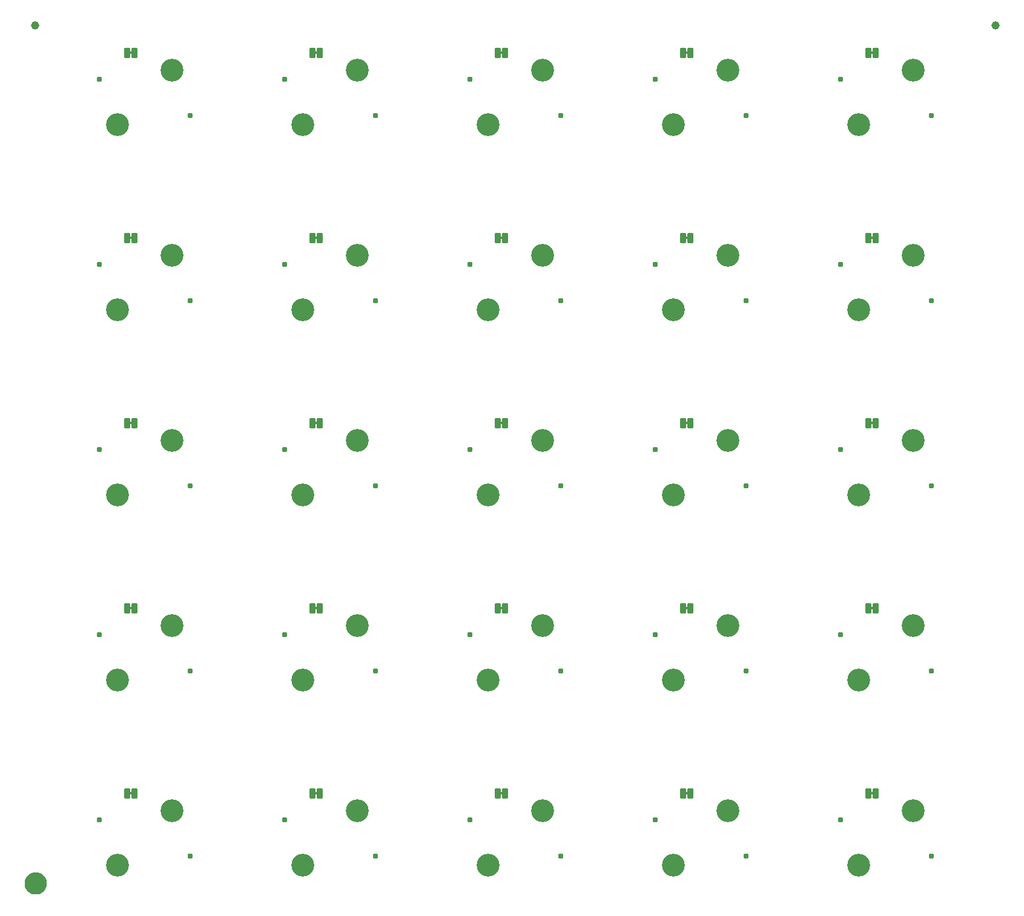
<source format=gbs>
G04 EAGLE Gerber RS-274X export*
G75*
%MOMM*%
%FSLAX34Y34*%
%LPD*%
%INSoldermask Bottom*%
%IPPOS*%
%AMOC8*
5,1,8,0,0,1.08239X$1,22.5*%
G01*
%ADD10C,3.200400*%
%ADD11C,0.787400*%
%ADD12C,0.251966*%
%ADD13C,1.152400*%
%ADD14C,1.270000*%
%ADD15C,1.652400*%

G36*
X626810Y1223657D02*
X626810Y1223657D01*
X626876Y1223659D01*
X626919Y1223677D01*
X626966Y1223685D01*
X627023Y1223719D01*
X627083Y1223744D01*
X627118Y1223775D01*
X627159Y1223800D01*
X627201Y1223851D01*
X627249Y1223895D01*
X627271Y1223937D01*
X627300Y1223974D01*
X627321Y1224036D01*
X627352Y1224095D01*
X627360Y1224149D01*
X627372Y1224186D01*
X627371Y1224226D01*
X627379Y1224280D01*
X627379Y1226820D01*
X627368Y1226885D01*
X627366Y1226951D01*
X627348Y1226994D01*
X627340Y1227041D01*
X627306Y1227098D01*
X627281Y1227158D01*
X627250Y1227193D01*
X627225Y1227234D01*
X627174Y1227276D01*
X627130Y1227324D01*
X627088Y1227346D01*
X627051Y1227375D01*
X626989Y1227396D01*
X626930Y1227427D01*
X626876Y1227435D01*
X626839Y1227447D01*
X626799Y1227446D01*
X626745Y1227454D01*
X622935Y1227454D01*
X622870Y1227443D01*
X622804Y1227441D01*
X622761Y1227423D01*
X622714Y1227415D01*
X622657Y1227381D01*
X622597Y1227356D01*
X622562Y1227325D01*
X622521Y1227300D01*
X622480Y1227249D01*
X622431Y1227205D01*
X622409Y1227163D01*
X622380Y1227126D01*
X622359Y1227064D01*
X622328Y1227005D01*
X622320Y1226951D01*
X622308Y1226914D01*
X622308Y1226911D01*
X622309Y1226874D01*
X622301Y1226820D01*
X622301Y1224280D01*
X622312Y1224215D01*
X622314Y1224149D01*
X622332Y1224106D01*
X622340Y1224059D01*
X622374Y1224002D01*
X622399Y1223942D01*
X622430Y1223907D01*
X622455Y1223866D01*
X622506Y1223825D01*
X622550Y1223776D01*
X622592Y1223754D01*
X622629Y1223725D01*
X622691Y1223704D01*
X622750Y1223673D01*
X622804Y1223665D01*
X622841Y1223653D01*
X622881Y1223654D01*
X622935Y1223646D01*
X626745Y1223646D01*
X626810Y1223657D01*
G37*
G36*
X367730Y1223657D02*
X367730Y1223657D01*
X367796Y1223659D01*
X367839Y1223677D01*
X367886Y1223685D01*
X367943Y1223719D01*
X368003Y1223744D01*
X368038Y1223775D01*
X368079Y1223800D01*
X368121Y1223851D01*
X368169Y1223895D01*
X368191Y1223937D01*
X368220Y1223974D01*
X368241Y1224036D01*
X368272Y1224095D01*
X368280Y1224149D01*
X368292Y1224186D01*
X368291Y1224226D01*
X368299Y1224280D01*
X368299Y1226820D01*
X368288Y1226885D01*
X368286Y1226951D01*
X368268Y1226994D01*
X368260Y1227041D01*
X368226Y1227098D01*
X368201Y1227158D01*
X368170Y1227193D01*
X368145Y1227234D01*
X368094Y1227276D01*
X368050Y1227324D01*
X368008Y1227346D01*
X367971Y1227375D01*
X367909Y1227396D01*
X367850Y1227427D01*
X367796Y1227435D01*
X367759Y1227447D01*
X367719Y1227446D01*
X367665Y1227454D01*
X363855Y1227454D01*
X363790Y1227443D01*
X363724Y1227441D01*
X363681Y1227423D01*
X363634Y1227415D01*
X363577Y1227381D01*
X363517Y1227356D01*
X363482Y1227325D01*
X363441Y1227300D01*
X363400Y1227249D01*
X363351Y1227205D01*
X363329Y1227163D01*
X363300Y1227126D01*
X363279Y1227064D01*
X363248Y1227005D01*
X363240Y1226951D01*
X363228Y1226914D01*
X363228Y1226911D01*
X363229Y1226874D01*
X363221Y1226820D01*
X363221Y1224280D01*
X363232Y1224215D01*
X363234Y1224149D01*
X363252Y1224106D01*
X363260Y1224059D01*
X363294Y1224002D01*
X363319Y1223942D01*
X363350Y1223907D01*
X363375Y1223866D01*
X363426Y1223825D01*
X363470Y1223776D01*
X363512Y1223754D01*
X363549Y1223725D01*
X363611Y1223704D01*
X363670Y1223673D01*
X363724Y1223665D01*
X363761Y1223653D01*
X363801Y1223654D01*
X363855Y1223646D01*
X367665Y1223646D01*
X367730Y1223657D01*
G37*
G36*
X1144970Y1223657D02*
X1144970Y1223657D01*
X1145036Y1223659D01*
X1145079Y1223677D01*
X1145126Y1223685D01*
X1145183Y1223719D01*
X1145243Y1223744D01*
X1145278Y1223775D01*
X1145319Y1223800D01*
X1145361Y1223851D01*
X1145409Y1223895D01*
X1145431Y1223937D01*
X1145460Y1223974D01*
X1145481Y1224036D01*
X1145512Y1224095D01*
X1145520Y1224149D01*
X1145532Y1224186D01*
X1145531Y1224226D01*
X1145539Y1224280D01*
X1145539Y1226820D01*
X1145528Y1226885D01*
X1145526Y1226951D01*
X1145508Y1226994D01*
X1145500Y1227041D01*
X1145466Y1227098D01*
X1145441Y1227158D01*
X1145410Y1227193D01*
X1145385Y1227234D01*
X1145334Y1227276D01*
X1145290Y1227324D01*
X1145248Y1227346D01*
X1145211Y1227375D01*
X1145149Y1227396D01*
X1145090Y1227427D01*
X1145036Y1227435D01*
X1144999Y1227447D01*
X1144959Y1227446D01*
X1144905Y1227454D01*
X1141095Y1227454D01*
X1141030Y1227443D01*
X1140964Y1227441D01*
X1140921Y1227423D01*
X1140874Y1227415D01*
X1140817Y1227381D01*
X1140757Y1227356D01*
X1140722Y1227325D01*
X1140681Y1227300D01*
X1140640Y1227249D01*
X1140591Y1227205D01*
X1140569Y1227163D01*
X1140540Y1227126D01*
X1140519Y1227064D01*
X1140488Y1227005D01*
X1140480Y1226951D01*
X1140468Y1226914D01*
X1140468Y1226911D01*
X1140469Y1226874D01*
X1140461Y1226820D01*
X1140461Y1224280D01*
X1140472Y1224215D01*
X1140474Y1224149D01*
X1140492Y1224106D01*
X1140500Y1224059D01*
X1140534Y1224002D01*
X1140559Y1223942D01*
X1140590Y1223907D01*
X1140615Y1223866D01*
X1140666Y1223825D01*
X1140710Y1223776D01*
X1140752Y1223754D01*
X1140789Y1223725D01*
X1140851Y1223704D01*
X1140910Y1223673D01*
X1140964Y1223665D01*
X1141001Y1223653D01*
X1141041Y1223654D01*
X1141095Y1223646D01*
X1144905Y1223646D01*
X1144970Y1223657D01*
G37*
G36*
X885890Y1223657D02*
X885890Y1223657D01*
X885956Y1223659D01*
X885999Y1223677D01*
X886046Y1223685D01*
X886103Y1223719D01*
X886163Y1223744D01*
X886198Y1223775D01*
X886239Y1223800D01*
X886281Y1223851D01*
X886329Y1223895D01*
X886351Y1223937D01*
X886380Y1223974D01*
X886401Y1224036D01*
X886432Y1224095D01*
X886440Y1224149D01*
X886452Y1224186D01*
X886451Y1224226D01*
X886459Y1224280D01*
X886459Y1226820D01*
X886448Y1226885D01*
X886446Y1226951D01*
X886428Y1226994D01*
X886420Y1227041D01*
X886386Y1227098D01*
X886361Y1227158D01*
X886330Y1227193D01*
X886305Y1227234D01*
X886254Y1227276D01*
X886210Y1227324D01*
X886168Y1227346D01*
X886131Y1227375D01*
X886069Y1227396D01*
X886010Y1227427D01*
X885956Y1227435D01*
X885919Y1227447D01*
X885879Y1227446D01*
X885825Y1227454D01*
X882015Y1227454D01*
X881950Y1227443D01*
X881884Y1227441D01*
X881841Y1227423D01*
X881794Y1227415D01*
X881737Y1227381D01*
X881677Y1227356D01*
X881642Y1227325D01*
X881601Y1227300D01*
X881560Y1227249D01*
X881511Y1227205D01*
X881489Y1227163D01*
X881460Y1227126D01*
X881439Y1227064D01*
X881408Y1227005D01*
X881400Y1226951D01*
X881388Y1226914D01*
X881388Y1226911D01*
X881389Y1226874D01*
X881381Y1226820D01*
X881381Y1224280D01*
X881392Y1224215D01*
X881394Y1224149D01*
X881412Y1224106D01*
X881420Y1224059D01*
X881454Y1224002D01*
X881479Y1223942D01*
X881510Y1223907D01*
X881535Y1223866D01*
X881586Y1223825D01*
X881630Y1223776D01*
X881672Y1223754D01*
X881709Y1223725D01*
X881771Y1223704D01*
X881830Y1223673D01*
X881884Y1223665D01*
X881921Y1223653D01*
X881961Y1223654D01*
X882015Y1223646D01*
X885825Y1223646D01*
X885890Y1223657D01*
G37*
G36*
X108650Y1223657D02*
X108650Y1223657D01*
X108716Y1223659D01*
X108759Y1223677D01*
X108806Y1223685D01*
X108863Y1223719D01*
X108923Y1223744D01*
X108958Y1223775D01*
X108999Y1223800D01*
X109041Y1223851D01*
X109089Y1223895D01*
X109111Y1223937D01*
X109140Y1223974D01*
X109161Y1224036D01*
X109192Y1224095D01*
X109200Y1224149D01*
X109212Y1224186D01*
X109211Y1224226D01*
X109219Y1224280D01*
X109219Y1226820D01*
X109208Y1226885D01*
X109206Y1226951D01*
X109188Y1226994D01*
X109180Y1227041D01*
X109146Y1227098D01*
X109121Y1227158D01*
X109090Y1227193D01*
X109065Y1227234D01*
X109014Y1227276D01*
X108970Y1227324D01*
X108928Y1227346D01*
X108891Y1227375D01*
X108829Y1227396D01*
X108770Y1227427D01*
X108716Y1227435D01*
X108679Y1227447D01*
X108639Y1227446D01*
X108585Y1227454D01*
X104775Y1227454D01*
X104710Y1227443D01*
X104644Y1227441D01*
X104601Y1227423D01*
X104554Y1227415D01*
X104497Y1227381D01*
X104437Y1227356D01*
X104402Y1227325D01*
X104361Y1227300D01*
X104320Y1227249D01*
X104271Y1227205D01*
X104249Y1227163D01*
X104220Y1227126D01*
X104199Y1227064D01*
X104168Y1227005D01*
X104160Y1226951D01*
X104148Y1226914D01*
X104148Y1226911D01*
X104149Y1226874D01*
X104141Y1226820D01*
X104141Y1224280D01*
X104152Y1224215D01*
X104154Y1224149D01*
X104172Y1224106D01*
X104180Y1224059D01*
X104214Y1224002D01*
X104239Y1223942D01*
X104270Y1223907D01*
X104295Y1223866D01*
X104346Y1223825D01*
X104390Y1223776D01*
X104432Y1223754D01*
X104469Y1223725D01*
X104531Y1223704D01*
X104590Y1223673D01*
X104644Y1223665D01*
X104681Y1223653D01*
X104721Y1223654D01*
X104775Y1223646D01*
X108585Y1223646D01*
X108650Y1223657D01*
G37*
G36*
X1144970Y964577D02*
X1144970Y964577D01*
X1145036Y964579D01*
X1145079Y964597D01*
X1145126Y964605D01*
X1145183Y964639D01*
X1145243Y964664D01*
X1145278Y964695D01*
X1145319Y964720D01*
X1145361Y964771D01*
X1145409Y964815D01*
X1145431Y964857D01*
X1145460Y964894D01*
X1145481Y964956D01*
X1145512Y965015D01*
X1145520Y965069D01*
X1145532Y965106D01*
X1145531Y965146D01*
X1145539Y965200D01*
X1145539Y967740D01*
X1145528Y967805D01*
X1145526Y967871D01*
X1145508Y967914D01*
X1145500Y967961D01*
X1145466Y968018D01*
X1145441Y968078D01*
X1145410Y968113D01*
X1145385Y968154D01*
X1145334Y968196D01*
X1145290Y968244D01*
X1145248Y968266D01*
X1145211Y968295D01*
X1145149Y968316D01*
X1145090Y968347D01*
X1145036Y968355D01*
X1144999Y968367D01*
X1144959Y968366D01*
X1144905Y968374D01*
X1141095Y968374D01*
X1141030Y968363D01*
X1140964Y968361D01*
X1140921Y968343D01*
X1140874Y968335D01*
X1140817Y968301D01*
X1140757Y968276D01*
X1140722Y968245D01*
X1140681Y968220D01*
X1140640Y968169D01*
X1140591Y968125D01*
X1140569Y968083D01*
X1140540Y968046D01*
X1140519Y967984D01*
X1140488Y967925D01*
X1140480Y967871D01*
X1140468Y967834D01*
X1140468Y967831D01*
X1140469Y967794D01*
X1140461Y967740D01*
X1140461Y965200D01*
X1140472Y965135D01*
X1140474Y965069D01*
X1140492Y965026D01*
X1140500Y964979D01*
X1140534Y964922D01*
X1140559Y964862D01*
X1140590Y964827D01*
X1140615Y964786D01*
X1140666Y964745D01*
X1140710Y964696D01*
X1140752Y964674D01*
X1140789Y964645D01*
X1140851Y964624D01*
X1140910Y964593D01*
X1140964Y964585D01*
X1141001Y964573D01*
X1141041Y964574D01*
X1141095Y964566D01*
X1144905Y964566D01*
X1144970Y964577D01*
G37*
G36*
X626810Y964577D02*
X626810Y964577D01*
X626876Y964579D01*
X626919Y964597D01*
X626966Y964605D01*
X627023Y964639D01*
X627083Y964664D01*
X627118Y964695D01*
X627159Y964720D01*
X627201Y964771D01*
X627249Y964815D01*
X627271Y964857D01*
X627300Y964894D01*
X627321Y964956D01*
X627352Y965015D01*
X627360Y965069D01*
X627372Y965106D01*
X627371Y965146D01*
X627379Y965200D01*
X627379Y967740D01*
X627368Y967805D01*
X627366Y967871D01*
X627348Y967914D01*
X627340Y967961D01*
X627306Y968018D01*
X627281Y968078D01*
X627250Y968113D01*
X627225Y968154D01*
X627174Y968196D01*
X627130Y968244D01*
X627088Y968266D01*
X627051Y968295D01*
X626989Y968316D01*
X626930Y968347D01*
X626876Y968355D01*
X626839Y968367D01*
X626799Y968366D01*
X626745Y968374D01*
X622935Y968374D01*
X622870Y968363D01*
X622804Y968361D01*
X622761Y968343D01*
X622714Y968335D01*
X622657Y968301D01*
X622597Y968276D01*
X622562Y968245D01*
X622521Y968220D01*
X622480Y968169D01*
X622431Y968125D01*
X622409Y968083D01*
X622380Y968046D01*
X622359Y967984D01*
X622328Y967925D01*
X622320Y967871D01*
X622308Y967834D01*
X622308Y967831D01*
X622309Y967794D01*
X622301Y967740D01*
X622301Y965200D01*
X622312Y965135D01*
X622314Y965069D01*
X622332Y965026D01*
X622340Y964979D01*
X622374Y964922D01*
X622399Y964862D01*
X622430Y964827D01*
X622455Y964786D01*
X622506Y964745D01*
X622550Y964696D01*
X622592Y964674D01*
X622629Y964645D01*
X622691Y964624D01*
X622750Y964593D01*
X622804Y964585D01*
X622841Y964573D01*
X622881Y964574D01*
X622935Y964566D01*
X626745Y964566D01*
X626810Y964577D01*
G37*
G36*
X108650Y964577D02*
X108650Y964577D01*
X108716Y964579D01*
X108759Y964597D01*
X108806Y964605D01*
X108863Y964639D01*
X108923Y964664D01*
X108958Y964695D01*
X108999Y964720D01*
X109041Y964771D01*
X109089Y964815D01*
X109111Y964857D01*
X109140Y964894D01*
X109161Y964956D01*
X109192Y965015D01*
X109200Y965069D01*
X109212Y965106D01*
X109211Y965146D01*
X109219Y965200D01*
X109219Y967740D01*
X109208Y967805D01*
X109206Y967871D01*
X109188Y967914D01*
X109180Y967961D01*
X109146Y968018D01*
X109121Y968078D01*
X109090Y968113D01*
X109065Y968154D01*
X109014Y968196D01*
X108970Y968244D01*
X108928Y968266D01*
X108891Y968295D01*
X108829Y968316D01*
X108770Y968347D01*
X108716Y968355D01*
X108679Y968367D01*
X108639Y968366D01*
X108585Y968374D01*
X104775Y968374D01*
X104710Y968363D01*
X104644Y968361D01*
X104601Y968343D01*
X104554Y968335D01*
X104497Y968301D01*
X104437Y968276D01*
X104402Y968245D01*
X104361Y968220D01*
X104320Y968169D01*
X104271Y968125D01*
X104249Y968083D01*
X104220Y968046D01*
X104199Y967984D01*
X104168Y967925D01*
X104160Y967871D01*
X104148Y967834D01*
X104148Y967831D01*
X104149Y967794D01*
X104141Y967740D01*
X104141Y965200D01*
X104152Y965135D01*
X104154Y965069D01*
X104172Y965026D01*
X104180Y964979D01*
X104214Y964922D01*
X104239Y964862D01*
X104270Y964827D01*
X104295Y964786D01*
X104346Y964745D01*
X104390Y964696D01*
X104432Y964674D01*
X104469Y964645D01*
X104531Y964624D01*
X104590Y964593D01*
X104644Y964585D01*
X104681Y964573D01*
X104721Y964574D01*
X104775Y964566D01*
X108585Y964566D01*
X108650Y964577D01*
G37*
G36*
X885890Y964577D02*
X885890Y964577D01*
X885956Y964579D01*
X885999Y964597D01*
X886046Y964605D01*
X886103Y964639D01*
X886163Y964664D01*
X886198Y964695D01*
X886239Y964720D01*
X886281Y964771D01*
X886329Y964815D01*
X886351Y964857D01*
X886380Y964894D01*
X886401Y964956D01*
X886432Y965015D01*
X886440Y965069D01*
X886452Y965106D01*
X886451Y965146D01*
X886459Y965200D01*
X886459Y967740D01*
X886448Y967805D01*
X886446Y967871D01*
X886428Y967914D01*
X886420Y967961D01*
X886386Y968018D01*
X886361Y968078D01*
X886330Y968113D01*
X886305Y968154D01*
X886254Y968196D01*
X886210Y968244D01*
X886168Y968266D01*
X886131Y968295D01*
X886069Y968316D01*
X886010Y968347D01*
X885956Y968355D01*
X885919Y968367D01*
X885879Y968366D01*
X885825Y968374D01*
X882015Y968374D01*
X881950Y968363D01*
X881884Y968361D01*
X881841Y968343D01*
X881794Y968335D01*
X881737Y968301D01*
X881677Y968276D01*
X881642Y968245D01*
X881601Y968220D01*
X881560Y968169D01*
X881511Y968125D01*
X881489Y968083D01*
X881460Y968046D01*
X881439Y967984D01*
X881408Y967925D01*
X881400Y967871D01*
X881388Y967834D01*
X881388Y967831D01*
X881389Y967794D01*
X881381Y967740D01*
X881381Y965200D01*
X881392Y965135D01*
X881394Y965069D01*
X881412Y965026D01*
X881420Y964979D01*
X881454Y964922D01*
X881479Y964862D01*
X881510Y964827D01*
X881535Y964786D01*
X881586Y964745D01*
X881630Y964696D01*
X881672Y964674D01*
X881709Y964645D01*
X881771Y964624D01*
X881830Y964593D01*
X881884Y964585D01*
X881921Y964573D01*
X881961Y964574D01*
X882015Y964566D01*
X885825Y964566D01*
X885890Y964577D01*
G37*
G36*
X367730Y964577D02*
X367730Y964577D01*
X367796Y964579D01*
X367839Y964597D01*
X367886Y964605D01*
X367943Y964639D01*
X368003Y964664D01*
X368038Y964695D01*
X368079Y964720D01*
X368121Y964771D01*
X368169Y964815D01*
X368191Y964857D01*
X368220Y964894D01*
X368241Y964956D01*
X368272Y965015D01*
X368280Y965069D01*
X368292Y965106D01*
X368291Y965146D01*
X368299Y965200D01*
X368299Y967740D01*
X368288Y967805D01*
X368286Y967871D01*
X368268Y967914D01*
X368260Y967961D01*
X368226Y968018D01*
X368201Y968078D01*
X368170Y968113D01*
X368145Y968154D01*
X368094Y968196D01*
X368050Y968244D01*
X368008Y968266D01*
X367971Y968295D01*
X367909Y968316D01*
X367850Y968347D01*
X367796Y968355D01*
X367759Y968367D01*
X367719Y968366D01*
X367665Y968374D01*
X363855Y968374D01*
X363790Y968363D01*
X363724Y968361D01*
X363681Y968343D01*
X363634Y968335D01*
X363577Y968301D01*
X363517Y968276D01*
X363482Y968245D01*
X363441Y968220D01*
X363400Y968169D01*
X363351Y968125D01*
X363329Y968083D01*
X363300Y968046D01*
X363279Y967984D01*
X363248Y967925D01*
X363240Y967871D01*
X363228Y967834D01*
X363228Y967831D01*
X363229Y967794D01*
X363221Y967740D01*
X363221Y965200D01*
X363232Y965135D01*
X363234Y965069D01*
X363252Y965026D01*
X363260Y964979D01*
X363294Y964922D01*
X363319Y964862D01*
X363350Y964827D01*
X363375Y964786D01*
X363426Y964745D01*
X363470Y964696D01*
X363512Y964674D01*
X363549Y964645D01*
X363611Y964624D01*
X363670Y964593D01*
X363724Y964585D01*
X363761Y964573D01*
X363801Y964574D01*
X363855Y964566D01*
X367665Y964566D01*
X367730Y964577D01*
G37*
G36*
X885890Y705497D02*
X885890Y705497D01*
X885956Y705499D01*
X885999Y705517D01*
X886046Y705525D01*
X886103Y705559D01*
X886163Y705584D01*
X886198Y705615D01*
X886239Y705640D01*
X886281Y705691D01*
X886329Y705735D01*
X886351Y705777D01*
X886380Y705814D01*
X886401Y705876D01*
X886432Y705935D01*
X886440Y705989D01*
X886452Y706026D01*
X886451Y706066D01*
X886459Y706120D01*
X886459Y708660D01*
X886448Y708725D01*
X886446Y708791D01*
X886428Y708834D01*
X886420Y708881D01*
X886386Y708938D01*
X886361Y708998D01*
X886330Y709033D01*
X886305Y709074D01*
X886254Y709116D01*
X886210Y709164D01*
X886168Y709186D01*
X886131Y709215D01*
X886069Y709236D01*
X886010Y709267D01*
X885956Y709275D01*
X885919Y709287D01*
X885879Y709286D01*
X885825Y709294D01*
X882015Y709294D01*
X881950Y709283D01*
X881884Y709281D01*
X881841Y709263D01*
X881794Y709255D01*
X881737Y709221D01*
X881677Y709196D01*
X881642Y709165D01*
X881601Y709140D01*
X881560Y709089D01*
X881511Y709045D01*
X881489Y709003D01*
X881460Y708966D01*
X881439Y708904D01*
X881408Y708845D01*
X881400Y708791D01*
X881388Y708754D01*
X881388Y708751D01*
X881389Y708714D01*
X881381Y708660D01*
X881381Y706120D01*
X881392Y706055D01*
X881394Y705989D01*
X881412Y705946D01*
X881420Y705899D01*
X881454Y705842D01*
X881479Y705782D01*
X881510Y705747D01*
X881535Y705706D01*
X881586Y705665D01*
X881630Y705616D01*
X881672Y705594D01*
X881709Y705565D01*
X881771Y705544D01*
X881830Y705513D01*
X881884Y705505D01*
X881921Y705493D01*
X881961Y705494D01*
X882015Y705486D01*
X885825Y705486D01*
X885890Y705497D01*
G37*
G36*
X626810Y705497D02*
X626810Y705497D01*
X626876Y705499D01*
X626919Y705517D01*
X626966Y705525D01*
X627023Y705559D01*
X627083Y705584D01*
X627118Y705615D01*
X627159Y705640D01*
X627201Y705691D01*
X627249Y705735D01*
X627271Y705777D01*
X627300Y705814D01*
X627321Y705876D01*
X627352Y705935D01*
X627360Y705989D01*
X627372Y706026D01*
X627371Y706066D01*
X627379Y706120D01*
X627379Y708660D01*
X627368Y708725D01*
X627366Y708791D01*
X627348Y708834D01*
X627340Y708881D01*
X627306Y708938D01*
X627281Y708998D01*
X627250Y709033D01*
X627225Y709074D01*
X627174Y709116D01*
X627130Y709164D01*
X627088Y709186D01*
X627051Y709215D01*
X626989Y709236D01*
X626930Y709267D01*
X626876Y709275D01*
X626839Y709287D01*
X626799Y709286D01*
X626745Y709294D01*
X622935Y709294D01*
X622870Y709283D01*
X622804Y709281D01*
X622761Y709263D01*
X622714Y709255D01*
X622657Y709221D01*
X622597Y709196D01*
X622562Y709165D01*
X622521Y709140D01*
X622480Y709089D01*
X622431Y709045D01*
X622409Y709003D01*
X622380Y708966D01*
X622359Y708904D01*
X622328Y708845D01*
X622320Y708791D01*
X622308Y708754D01*
X622308Y708751D01*
X622309Y708714D01*
X622301Y708660D01*
X622301Y706120D01*
X622312Y706055D01*
X622314Y705989D01*
X622332Y705946D01*
X622340Y705899D01*
X622374Y705842D01*
X622399Y705782D01*
X622430Y705747D01*
X622455Y705706D01*
X622506Y705665D01*
X622550Y705616D01*
X622592Y705594D01*
X622629Y705565D01*
X622691Y705544D01*
X622750Y705513D01*
X622804Y705505D01*
X622841Y705493D01*
X622881Y705494D01*
X622935Y705486D01*
X626745Y705486D01*
X626810Y705497D01*
G37*
G36*
X108650Y705497D02*
X108650Y705497D01*
X108716Y705499D01*
X108759Y705517D01*
X108806Y705525D01*
X108863Y705559D01*
X108923Y705584D01*
X108958Y705615D01*
X108999Y705640D01*
X109041Y705691D01*
X109089Y705735D01*
X109111Y705777D01*
X109140Y705814D01*
X109161Y705876D01*
X109192Y705935D01*
X109200Y705989D01*
X109212Y706026D01*
X109211Y706066D01*
X109219Y706120D01*
X109219Y708660D01*
X109208Y708725D01*
X109206Y708791D01*
X109188Y708834D01*
X109180Y708881D01*
X109146Y708938D01*
X109121Y708998D01*
X109090Y709033D01*
X109065Y709074D01*
X109014Y709116D01*
X108970Y709164D01*
X108928Y709186D01*
X108891Y709215D01*
X108829Y709236D01*
X108770Y709267D01*
X108716Y709275D01*
X108679Y709287D01*
X108639Y709286D01*
X108585Y709294D01*
X104775Y709294D01*
X104710Y709283D01*
X104644Y709281D01*
X104601Y709263D01*
X104554Y709255D01*
X104497Y709221D01*
X104437Y709196D01*
X104402Y709165D01*
X104361Y709140D01*
X104320Y709089D01*
X104271Y709045D01*
X104249Y709003D01*
X104220Y708966D01*
X104199Y708904D01*
X104168Y708845D01*
X104160Y708791D01*
X104148Y708754D01*
X104148Y708751D01*
X104149Y708714D01*
X104141Y708660D01*
X104141Y706120D01*
X104152Y706055D01*
X104154Y705989D01*
X104172Y705946D01*
X104180Y705899D01*
X104214Y705842D01*
X104239Y705782D01*
X104270Y705747D01*
X104295Y705706D01*
X104346Y705665D01*
X104390Y705616D01*
X104432Y705594D01*
X104469Y705565D01*
X104531Y705544D01*
X104590Y705513D01*
X104644Y705505D01*
X104681Y705493D01*
X104721Y705494D01*
X104775Y705486D01*
X108585Y705486D01*
X108650Y705497D01*
G37*
G36*
X367730Y705497D02*
X367730Y705497D01*
X367796Y705499D01*
X367839Y705517D01*
X367886Y705525D01*
X367943Y705559D01*
X368003Y705584D01*
X368038Y705615D01*
X368079Y705640D01*
X368121Y705691D01*
X368169Y705735D01*
X368191Y705777D01*
X368220Y705814D01*
X368241Y705876D01*
X368272Y705935D01*
X368280Y705989D01*
X368292Y706026D01*
X368291Y706066D01*
X368299Y706120D01*
X368299Y708660D01*
X368288Y708725D01*
X368286Y708791D01*
X368268Y708834D01*
X368260Y708881D01*
X368226Y708938D01*
X368201Y708998D01*
X368170Y709033D01*
X368145Y709074D01*
X368094Y709116D01*
X368050Y709164D01*
X368008Y709186D01*
X367971Y709215D01*
X367909Y709236D01*
X367850Y709267D01*
X367796Y709275D01*
X367759Y709287D01*
X367719Y709286D01*
X367665Y709294D01*
X363855Y709294D01*
X363790Y709283D01*
X363724Y709281D01*
X363681Y709263D01*
X363634Y709255D01*
X363577Y709221D01*
X363517Y709196D01*
X363482Y709165D01*
X363441Y709140D01*
X363400Y709089D01*
X363351Y709045D01*
X363329Y709003D01*
X363300Y708966D01*
X363279Y708904D01*
X363248Y708845D01*
X363240Y708791D01*
X363228Y708754D01*
X363228Y708751D01*
X363229Y708714D01*
X363221Y708660D01*
X363221Y706120D01*
X363232Y706055D01*
X363234Y705989D01*
X363252Y705946D01*
X363260Y705899D01*
X363294Y705842D01*
X363319Y705782D01*
X363350Y705747D01*
X363375Y705706D01*
X363426Y705665D01*
X363470Y705616D01*
X363512Y705594D01*
X363549Y705565D01*
X363611Y705544D01*
X363670Y705513D01*
X363724Y705505D01*
X363761Y705493D01*
X363801Y705494D01*
X363855Y705486D01*
X367665Y705486D01*
X367730Y705497D01*
G37*
G36*
X1144970Y705497D02*
X1144970Y705497D01*
X1145036Y705499D01*
X1145079Y705517D01*
X1145126Y705525D01*
X1145183Y705559D01*
X1145243Y705584D01*
X1145278Y705615D01*
X1145319Y705640D01*
X1145361Y705691D01*
X1145409Y705735D01*
X1145431Y705777D01*
X1145460Y705814D01*
X1145481Y705876D01*
X1145512Y705935D01*
X1145520Y705989D01*
X1145532Y706026D01*
X1145531Y706066D01*
X1145539Y706120D01*
X1145539Y708660D01*
X1145528Y708725D01*
X1145526Y708791D01*
X1145508Y708834D01*
X1145500Y708881D01*
X1145466Y708938D01*
X1145441Y708998D01*
X1145410Y709033D01*
X1145385Y709074D01*
X1145334Y709116D01*
X1145290Y709164D01*
X1145248Y709186D01*
X1145211Y709215D01*
X1145149Y709236D01*
X1145090Y709267D01*
X1145036Y709275D01*
X1144999Y709287D01*
X1144959Y709286D01*
X1144905Y709294D01*
X1141095Y709294D01*
X1141030Y709283D01*
X1140964Y709281D01*
X1140921Y709263D01*
X1140874Y709255D01*
X1140817Y709221D01*
X1140757Y709196D01*
X1140722Y709165D01*
X1140681Y709140D01*
X1140640Y709089D01*
X1140591Y709045D01*
X1140569Y709003D01*
X1140540Y708966D01*
X1140519Y708904D01*
X1140488Y708845D01*
X1140480Y708791D01*
X1140468Y708754D01*
X1140468Y708751D01*
X1140469Y708714D01*
X1140461Y708660D01*
X1140461Y706120D01*
X1140472Y706055D01*
X1140474Y705989D01*
X1140492Y705946D01*
X1140500Y705899D01*
X1140534Y705842D01*
X1140559Y705782D01*
X1140590Y705747D01*
X1140615Y705706D01*
X1140666Y705665D01*
X1140710Y705616D01*
X1140752Y705594D01*
X1140789Y705565D01*
X1140851Y705544D01*
X1140910Y705513D01*
X1140964Y705505D01*
X1141001Y705493D01*
X1141041Y705494D01*
X1141095Y705486D01*
X1144905Y705486D01*
X1144970Y705497D01*
G37*
G36*
X1144970Y446417D02*
X1144970Y446417D01*
X1145036Y446419D01*
X1145079Y446437D01*
X1145126Y446445D01*
X1145183Y446479D01*
X1145243Y446504D01*
X1145278Y446535D01*
X1145319Y446560D01*
X1145361Y446611D01*
X1145409Y446655D01*
X1145431Y446697D01*
X1145460Y446734D01*
X1145481Y446796D01*
X1145512Y446855D01*
X1145520Y446909D01*
X1145532Y446946D01*
X1145531Y446986D01*
X1145539Y447040D01*
X1145539Y449580D01*
X1145528Y449645D01*
X1145526Y449711D01*
X1145508Y449754D01*
X1145500Y449801D01*
X1145466Y449858D01*
X1145441Y449918D01*
X1145410Y449953D01*
X1145385Y449994D01*
X1145334Y450036D01*
X1145290Y450084D01*
X1145248Y450106D01*
X1145211Y450135D01*
X1145149Y450156D01*
X1145090Y450187D01*
X1145036Y450195D01*
X1144999Y450207D01*
X1144959Y450206D01*
X1144905Y450214D01*
X1141095Y450214D01*
X1141030Y450203D01*
X1140964Y450201D01*
X1140921Y450183D01*
X1140874Y450175D01*
X1140817Y450141D01*
X1140757Y450116D01*
X1140722Y450085D01*
X1140681Y450060D01*
X1140640Y450009D01*
X1140591Y449965D01*
X1140569Y449923D01*
X1140540Y449886D01*
X1140519Y449824D01*
X1140488Y449765D01*
X1140480Y449711D01*
X1140468Y449674D01*
X1140468Y449671D01*
X1140469Y449634D01*
X1140461Y449580D01*
X1140461Y447040D01*
X1140472Y446975D01*
X1140474Y446909D01*
X1140492Y446866D01*
X1140500Y446819D01*
X1140534Y446762D01*
X1140559Y446702D01*
X1140590Y446667D01*
X1140615Y446626D01*
X1140666Y446585D01*
X1140710Y446536D01*
X1140752Y446514D01*
X1140789Y446485D01*
X1140851Y446464D01*
X1140910Y446433D01*
X1140964Y446425D01*
X1141001Y446413D01*
X1141041Y446414D01*
X1141095Y446406D01*
X1144905Y446406D01*
X1144970Y446417D01*
G37*
G36*
X885890Y446417D02*
X885890Y446417D01*
X885956Y446419D01*
X885999Y446437D01*
X886046Y446445D01*
X886103Y446479D01*
X886163Y446504D01*
X886198Y446535D01*
X886239Y446560D01*
X886281Y446611D01*
X886329Y446655D01*
X886351Y446697D01*
X886380Y446734D01*
X886401Y446796D01*
X886432Y446855D01*
X886440Y446909D01*
X886452Y446946D01*
X886451Y446986D01*
X886459Y447040D01*
X886459Y449580D01*
X886448Y449645D01*
X886446Y449711D01*
X886428Y449754D01*
X886420Y449801D01*
X886386Y449858D01*
X886361Y449918D01*
X886330Y449953D01*
X886305Y449994D01*
X886254Y450036D01*
X886210Y450084D01*
X886168Y450106D01*
X886131Y450135D01*
X886069Y450156D01*
X886010Y450187D01*
X885956Y450195D01*
X885919Y450207D01*
X885879Y450206D01*
X885825Y450214D01*
X882015Y450214D01*
X881950Y450203D01*
X881884Y450201D01*
X881841Y450183D01*
X881794Y450175D01*
X881737Y450141D01*
X881677Y450116D01*
X881642Y450085D01*
X881601Y450060D01*
X881560Y450009D01*
X881511Y449965D01*
X881489Y449923D01*
X881460Y449886D01*
X881439Y449824D01*
X881408Y449765D01*
X881400Y449711D01*
X881388Y449674D01*
X881388Y449671D01*
X881389Y449634D01*
X881381Y449580D01*
X881381Y447040D01*
X881392Y446975D01*
X881394Y446909D01*
X881412Y446866D01*
X881420Y446819D01*
X881454Y446762D01*
X881479Y446702D01*
X881510Y446667D01*
X881535Y446626D01*
X881586Y446585D01*
X881630Y446536D01*
X881672Y446514D01*
X881709Y446485D01*
X881771Y446464D01*
X881830Y446433D01*
X881884Y446425D01*
X881921Y446413D01*
X881961Y446414D01*
X882015Y446406D01*
X885825Y446406D01*
X885890Y446417D01*
G37*
G36*
X367730Y446417D02*
X367730Y446417D01*
X367796Y446419D01*
X367839Y446437D01*
X367886Y446445D01*
X367943Y446479D01*
X368003Y446504D01*
X368038Y446535D01*
X368079Y446560D01*
X368121Y446611D01*
X368169Y446655D01*
X368191Y446697D01*
X368220Y446734D01*
X368241Y446796D01*
X368272Y446855D01*
X368280Y446909D01*
X368292Y446946D01*
X368291Y446986D01*
X368299Y447040D01*
X368299Y449580D01*
X368288Y449645D01*
X368286Y449711D01*
X368268Y449754D01*
X368260Y449801D01*
X368226Y449858D01*
X368201Y449918D01*
X368170Y449953D01*
X368145Y449994D01*
X368094Y450036D01*
X368050Y450084D01*
X368008Y450106D01*
X367971Y450135D01*
X367909Y450156D01*
X367850Y450187D01*
X367796Y450195D01*
X367759Y450207D01*
X367719Y450206D01*
X367665Y450214D01*
X363855Y450214D01*
X363790Y450203D01*
X363724Y450201D01*
X363681Y450183D01*
X363634Y450175D01*
X363577Y450141D01*
X363517Y450116D01*
X363482Y450085D01*
X363441Y450060D01*
X363400Y450009D01*
X363351Y449965D01*
X363329Y449923D01*
X363300Y449886D01*
X363279Y449824D01*
X363248Y449765D01*
X363240Y449711D01*
X363228Y449674D01*
X363228Y449671D01*
X363229Y449634D01*
X363221Y449580D01*
X363221Y447040D01*
X363232Y446975D01*
X363234Y446909D01*
X363252Y446866D01*
X363260Y446819D01*
X363294Y446762D01*
X363319Y446702D01*
X363350Y446667D01*
X363375Y446626D01*
X363426Y446585D01*
X363470Y446536D01*
X363512Y446514D01*
X363549Y446485D01*
X363611Y446464D01*
X363670Y446433D01*
X363724Y446425D01*
X363761Y446413D01*
X363801Y446414D01*
X363855Y446406D01*
X367665Y446406D01*
X367730Y446417D01*
G37*
G36*
X108650Y446417D02*
X108650Y446417D01*
X108716Y446419D01*
X108759Y446437D01*
X108806Y446445D01*
X108863Y446479D01*
X108923Y446504D01*
X108958Y446535D01*
X108999Y446560D01*
X109041Y446611D01*
X109089Y446655D01*
X109111Y446697D01*
X109140Y446734D01*
X109161Y446796D01*
X109192Y446855D01*
X109200Y446909D01*
X109212Y446946D01*
X109211Y446986D01*
X109219Y447040D01*
X109219Y449580D01*
X109208Y449645D01*
X109206Y449711D01*
X109188Y449754D01*
X109180Y449801D01*
X109146Y449858D01*
X109121Y449918D01*
X109090Y449953D01*
X109065Y449994D01*
X109014Y450036D01*
X108970Y450084D01*
X108928Y450106D01*
X108891Y450135D01*
X108829Y450156D01*
X108770Y450187D01*
X108716Y450195D01*
X108679Y450207D01*
X108639Y450206D01*
X108585Y450214D01*
X104775Y450214D01*
X104710Y450203D01*
X104644Y450201D01*
X104601Y450183D01*
X104554Y450175D01*
X104497Y450141D01*
X104437Y450116D01*
X104402Y450085D01*
X104361Y450060D01*
X104320Y450009D01*
X104271Y449965D01*
X104249Y449923D01*
X104220Y449886D01*
X104199Y449824D01*
X104168Y449765D01*
X104160Y449711D01*
X104148Y449674D01*
X104148Y449671D01*
X104149Y449634D01*
X104141Y449580D01*
X104141Y447040D01*
X104152Y446975D01*
X104154Y446909D01*
X104172Y446866D01*
X104180Y446819D01*
X104214Y446762D01*
X104239Y446702D01*
X104270Y446667D01*
X104295Y446626D01*
X104346Y446585D01*
X104390Y446536D01*
X104432Y446514D01*
X104469Y446485D01*
X104531Y446464D01*
X104590Y446433D01*
X104644Y446425D01*
X104681Y446413D01*
X104721Y446414D01*
X104775Y446406D01*
X108585Y446406D01*
X108650Y446417D01*
G37*
G36*
X626810Y446417D02*
X626810Y446417D01*
X626876Y446419D01*
X626919Y446437D01*
X626966Y446445D01*
X627023Y446479D01*
X627083Y446504D01*
X627118Y446535D01*
X627159Y446560D01*
X627201Y446611D01*
X627249Y446655D01*
X627271Y446697D01*
X627300Y446734D01*
X627321Y446796D01*
X627352Y446855D01*
X627360Y446909D01*
X627372Y446946D01*
X627371Y446986D01*
X627379Y447040D01*
X627379Y449580D01*
X627368Y449645D01*
X627366Y449711D01*
X627348Y449754D01*
X627340Y449801D01*
X627306Y449858D01*
X627281Y449918D01*
X627250Y449953D01*
X627225Y449994D01*
X627174Y450036D01*
X627130Y450084D01*
X627088Y450106D01*
X627051Y450135D01*
X626989Y450156D01*
X626930Y450187D01*
X626876Y450195D01*
X626839Y450207D01*
X626799Y450206D01*
X626745Y450214D01*
X622935Y450214D01*
X622870Y450203D01*
X622804Y450201D01*
X622761Y450183D01*
X622714Y450175D01*
X622657Y450141D01*
X622597Y450116D01*
X622562Y450085D01*
X622521Y450060D01*
X622480Y450009D01*
X622431Y449965D01*
X622409Y449923D01*
X622380Y449886D01*
X622359Y449824D01*
X622328Y449765D01*
X622320Y449711D01*
X622308Y449674D01*
X622308Y449671D01*
X622309Y449634D01*
X622301Y449580D01*
X622301Y447040D01*
X622312Y446975D01*
X622314Y446909D01*
X622332Y446866D01*
X622340Y446819D01*
X622374Y446762D01*
X622399Y446702D01*
X622430Y446667D01*
X622455Y446626D01*
X622506Y446585D01*
X622550Y446536D01*
X622592Y446514D01*
X622629Y446485D01*
X622691Y446464D01*
X622750Y446433D01*
X622804Y446425D01*
X622841Y446413D01*
X622881Y446414D01*
X622935Y446406D01*
X626745Y446406D01*
X626810Y446417D01*
G37*
G36*
X1144970Y187337D02*
X1144970Y187337D01*
X1145036Y187339D01*
X1145079Y187357D01*
X1145126Y187365D01*
X1145183Y187399D01*
X1145243Y187424D01*
X1145278Y187455D01*
X1145319Y187480D01*
X1145361Y187531D01*
X1145409Y187575D01*
X1145431Y187617D01*
X1145460Y187654D01*
X1145481Y187716D01*
X1145512Y187775D01*
X1145520Y187829D01*
X1145532Y187866D01*
X1145531Y187906D01*
X1145539Y187960D01*
X1145539Y190500D01*
X1145528Y190565D01*
X1145526Y190631D01*
X1145508Y190674D01*
X1145500Y190721D01*
X1145466Y190778D01*
X1145441Y190838D01*
X1145410Y190873D01*
X1145385Y190914D01*
X1145334Y190956D01*
X1145290Y191004D01*
X1145248Y191026D01*
X1145211Y191055D01*
X1145149Y191076D01*
X1145090Y191107D01*
X1145036Y191115D01*
X1144999Y191127D01*
X1144959Y191126D01*
X1144905Y191134D01*
X1141095Y191134D01*
X1141030Y191123D01*
X1140964Y191121D01*
X1140921Y191103D01*
X1140874Y191095D01*
X1140817Y191061D01*
X1140757Y191036D01*
X1140722Y191005D01*
X1140681Y190980D01*
X1140640Y190929D01*
X1140591Y190885D01*
X1140569Y190843D01*
X1140540Y190806D01*
X1140519Y190744D01*
X1140488Y190685D01*
X1140480Y190631D01*
X1140468Y190594D01*
X1140468Y190591D01*
X1140469Y190554D01*
X1140461Y190500D01*
X1140461Y187960D01*
X1140472Y187895D01*
X1140474Y187829D01*
X1140492Y187786D01*
X1140500Y187739D01*
X1140534Y187682D01*
X1140559Y187622D01*
X1140590Y187587D01*
X1140615Y187546D01*
X1140666Y187505D01*
X1140710Y187456D01*
X1140752Y187434D01*
X1140789Y187405D01*
X1140851Y187384D01*
X1140910Y187353D01*
X1140964Y187345D01*
X1141001Y187333D01*
X1141041Y187334D01*
X1141095Y187326D01*
X1144905Y187326D01*
X1144970Y187337D01*
G37*
G36*
X885890Y187337D02*
X885890Y187337D01*
X885956Y187339D01*
X885999Y187357D01*
X886046Y187365D01*
X886103Y187399D01*
X886163Y187424D01*
X886198Y187455D01*
X886239Y187480D01*
X886281Y187531D01*
X886329Y187575D01*
X886351Y187617D01*
X886380Y187654D01*
X886401Y187716D01*
X886432Y187775D01*
X886440Y187829D01*
X886452Y187866D01*
X886451Y187906D01*
X886459Y187960D01*
X886459Y190500D01*
X886448Y190565D01*
X886446Y190631D01*
X886428Y190674D01*
X886420Y190721D01*
X886386Y190778D01*
X886361Y190838D01*
X886330Y190873D01*
X886305Y190914D01*
X886254Y190956D01*
X886210Y191004D01*
X886168Y191026D01*
X886131Y191055D01*
X886069Y191076D01*
X886010Y191107D01*
X885956Y191115D01*
X885919Y191127D01*
X885879Y191126D01*
X885825Y191134D01*
X882015Y191134D01*
X881950Y191123D01*
X881884Y191121D01*
X881841Y191103D01*
X881794Y191095D01*
X881737Y191061D01*
X881677Y191036D01*
X881642Y191005D01*
X881601Y190980D01*
X881560Y190929D01*
X881511Y190885D01*
X881489Y190843D01*
X881460Y190806D01*
X881439Y190744D01*
X881408Y190685D01*
X881400Y190631D01*
X881388Y190594D01*
X881388Y190591D01*
X881389Y190554D01*
X881381Y190500D01*
X881381Y187960D01*
X881392Y187895D01*
X881394Y187829D01*
X881412Y187786D01*
X881420Y187739D01*
X881454Y187682D01*
X881479Y187622D01*
X881510Y187587D01*
X881535Y187546D01*
X881586Y187505D01*
X881630Y187456D01*
X881672Y187434D01*
X881709Y187405D01*
X881771Y187384D01*
X881830Y187353D01*
X881884Y187345D01*
X881921Y187333D01*
X881961Y187334D01*
X882015Y187326D01*
X885825Y187326D01*
X885890Y187337D01*
G37*
G36*
X626810Y187337D02*
X626810Y187337D01*
X626876Y187339D01*
X626919Y187357D01*
X626966Y187365D01*
X627023Y187399D01*
X627083Y187424D01*
X627118Y187455D01*
X627159Y187480D01*
X627201Y187531D01*
X627249Y187575D01*
X627271Y187617D01*
X627300Y187654D01*
X627321Y187716D01*
X627352Y187775D01*
X627360Y187829D01*
X627372Y187866D01*
X627371Y187906D01*
X627379Y187960D01*
X627379Y190500D01*
X627368Y190565D01*
X627366Y190631D01*
X627348Y190674D01*
X627340Y190721D01*
X627306Y190778D01*
X627281Y190838D01*
X627250Y190873D01*
X627225Y190914D01*
X627174Y190956D01*
X627130Y191004D01*
X627088Y191026D01*
X627051Y191055D01*
X626989Y191076D01*
X626930Y191107D01*
X626876Y191115D01*
X626839Y191127D01*
X626799Y191126D01*
X626745Y191134D01*
X622935Y191134D01*
X622870Y191123D01*
X622804Y191121D01*
X622761Y191103D01*
X622714Y191095D01*
X622657Y191061D01*
X622597Y191036D01*
X622562Y191005D01*
X622521Y190980D01*
X622480Y190929D01*
X622431Y190885D01*
X622409Y190843D01*
X622380Y190806D01*
X622359Y190744D01*
X622328Y190685D01*
X622320Y190631D01*
X622308Y190594D01*
X622308Y190591D01*
X622309Y190554D01*
X622301Y190500D01*
X622301Y187960D01*
X622312Y187895D01*
X622314Y187829D01*
X622332Y187786D01*
X622340Y187739D01*
X622374Y187682D01*
X622399Y187622D01*
X622430Y187587D01*
X622455Y187546D01*
X622506Y187505D01*
X622550Y187456D01*
X622592Y187434D01*
X622629Y187405D01*
X622691Y187384D01*
X622750Y187353D01*
X622804Y187345D01*
X622841Y187333D01*
X622881Y187334D01*
X622935Y187326D01*
X626745Y187326D01*
X626810Y187337D01*
G37*
G36*
X367730Y187337D02*
X367730Y187337D01*
X367796Y187339D01*
X367839Y187357D01*
X367886Y187365D01*
X367943Y187399D01*
X368003Y187424D01*
X368038Y187455D01*
X368079Y187480D01*
X368121Y187531D01*
X368169Y187575D01*
X368191Y187617D01*
X368220Y187654D01*
X368241Y187716D01*
X368272Y187775D01*
X368280Y187829D01*
X368292Y187866D01*
X368291Y187906D01*
X368299Y187960D01*
X368299Y190500D01*
X368288Y190565D01*
X368286Y190631D01*
X368268Y190674D01*
X368260Y190721D01*
X368226Y190778D01*
X368201Y190838D01*
X368170Y190873D01*
X368145Y190914D01*
X368094Y190956D01*
X368050Y191004D01*
X368008Y191026D01*
X367971Y191055D01*
X367909Y191076D01*
X367850Y191107D01*
X367796Y191115D01*
X367759Y191127D01*
X367719Y191126D01*
X367665Y191134D01*
X363855Y191134D01*
X363790Y191123D01*
X363724Y191121D01*
X363681Y191103D01*
X363634Y191095D01*
X363577Y191061D01*
X363517Y191036D01*
X363482Y191005D01*
X363441Y190980D01*
X363400Y190929D01*
X363351Y190885D01*
X363329Y190843D01*
X363300Y190806D01*
X363279Y190744D01*
X363248Y190685D01*
X363240Y190631D01*
X363228Y190594D01*
X363228Y190591D01*
X363229Y190554D01*
X363221Y190500D01*
X363221Y187960D01*
X363232Y187895D01*
X363234Y187829D01*
X363252Y187786D01*
X363260Y187739D01*
X363294Y187682D01*
X363319Y187622D01*
X363350Y187587D01*
X363375Y187546D01*
X363426Y187505D01*
X363470Y187456D01*
X363512Y187434D01*
X363549Y187405D01*
X363611Y187384D01*
X363670Y187353D01*
X363724Y187345D01*
X363761Y187333D01*
X363801Y187334D01*
X363855Y187326D01*
X367665Y187326D01*
X367730Y187337D01*
G37*
G36*
X108650Y187337D02*
X108650Y187337D01*
X108716Y187339D01*
X108759Y187357D01*
X108806Y187365D01*
X108863Y187399D01*
X108923Y187424D01*
X108958Y187455D01*
X108999Y187480D01*
X109041Y187531D01*
X109089Y187575D01*
X109111Y187617D01*
X109140Y187654D01*
X109161Y187716D01*
X109192Y187775D01*
X109200Y187829D01*
X109212Y187866D01*
X109211Y187906D01*
X109219Y187960D01*
X109219Y190500D01*
X109208Y190565D01*
X109206Y190631D01*
X109188Y190674D01*
X109180Y190721D01*
X109146Y190778D01*
X109121Y190838D01*
X109090Y190873D01*
X109065Y190914D01*
X109014Y190956D01*
X108970Y191004D01*
X108928Y191026D01*
X108891Y191055D01*
X108829Y191076D01*
X108770Y191107D01*
X108716Y191115D01*
X108679Y191127D01*
X108639Y191126D01*
X108585Y191134D01*
X104775Y191134D01*
X104710Y191123D01*
X104644Y191121D01*
X104601Y191103D01*
X104554Y191095D01*
X104497Y191061D01*
X104437Y191036D01*
X104402Y191005D01*
X104361Y190980D01*
X104320Y190929D01*
X104271Y190885D01*
X104249Y190843D01*
X104220Y190806D01*
X104199Y190744D01*
X104168Y190685D01*
X104160Y190631D01*
X104148Y190594D01*
X104148Y190591D01*
X104149Y190554D01*
X104141Y190500D01*
X104141Y187960D01*
X104152Y187895D01*
X104154Y187829D01*
X104172Y187786D01*
X104180Y187739D01*
X104214Y187682D01*
X104239Y187622D01*
X104270Y187587D01*
X104295Y187546D01*
X104346Y187505D01*
X104390Y187456D01*
X104432Y187434D01*
X104469Y187405D01*
X104531Y187384D01*
X104590Y187353D01*
X104644Y187345D01*
X104681Y187333D01*
X104721Y187334D01*
X104775Y187326D01*
X108585Y187326D01*
X108650Y187337D01*
G37*
D10*
X165100Y165100D03*
X88900Y88900D03*
D11*
X63500Y152400D03*
X190500Y101600D03*
D12*
X114691Y195082D02*
X109083Y195082D01*
X114691Y195082D02*
X114691Y183378D01*
X109083Y183378D01*
X109083Y195082D01*
X109083Y185772D02*
X114691Y185772D01*
X114691Y188166D02*
X109083Y188166D01*
X109083Y190560D02*
X114691Y190560D01*
X114691Y192954D02*
X109083Y192954D01*
X104277Y195082D02*
X98669Y195082D01*
X104277Y195082D02*
X104277Y183378D01*
X98669Y183378D01*
X98669Y195082D01*
X98669Y185772D02*
X104277Y185772D01*
X104277Y188166D02*
X98669Y188166D01*
X98669Y190560D02*
X104277Y190560D01*
X104277Y192954D02*
X98669Y192954D01*
D10*
X424180Y165100D03*
X347980Y88900D03*
D11*
X322580Y152400D03*
X449580Y101600D03*
D12*
X373771Y195082D02*
X368163Y195082D01*
X373771Y195082D02*
X373771Y183378D01*
X368163Y183378D01*
X368163Y195082D01*
X368163Y185772D02*
X373771Y185772D01*
X373771Y188166D02*
X368163Y188166D01*
X368163Y190560D02*
X373771Y190560D01*
X373771Y192954D02*
X368163Y192954D01*
X363357Y195082D02*
X357749Y195082D01*
X363357Y195082D02*
X363357Y183378D01*
X357749Y183378D01*
X357749Y195082D01*
X357749Y185772D02*
X363357Y185772D01*
X363357Y188166D02*
X357749Y188166D01*
X357749Y190560D02*
X363357Y190560D01*
X363357Y192954D02*
X357749Y192954D01*
D10*
X683260Y165100D03*
X607060Y88900D03*
D11*
X581660Y152400D03*
X708660Y101600D03*
D12*
X632851Y195082D02*
X627243Y195082D01*
X632851Y195082D02*
X632851Y183378D01*
X627243Y183378D01*
X627243Y195082D01*
X627243Y185772D02*
X632851Y185772D01*
X632851Y188166D02*
X627243Y188166D01*
X627243Y190560D02*
X632851Y190560D01*
X632851Y192954D02*
X627243Y192954D01*
X622437Y195082D02*
X616829Y195082D01*
X622437Y195082D02*
X622437Y183378D01*
X616829Y183378D01*
X616829Y195082D01*
X616829Y185772D02*
X622437Y185772D01*
X622437Y188166D02*
X616829Y188166D01*
X616829Y190560D02*
X622437Y190560D01*
X622437Y192954D02*
X616829Y192954D01*
D10*
X942340Y165100D03*
X866140Y88900D03*
D11*
X840740Y152400D03*
X967740Y101600D03*
D12*
X891931Y195082D02*
X886323Y195082D01*
X891931Y195082D02*
X891931Y183378D01*
X886323Y183378D01*
X886323Y195082D01*
X886323Y185772D02*
X891931Y185772D01*
X891931Y188166D02*
X886323Y188166D01*
X886323Y190560D02*
X891931Y190560D01*
X891931Y192954D02*
X886323Y192954D01*
X881517Y195082D02*
X875909Y195082D01*
X881517Y195082D02*
X881517Y183378D01*
X875909Y183378D01*
X875909Y195082D01*
X875909Y185772D02*
X881517Y185772D01*
X881517Y188166D02*
X875909Y188166D01*
X875909Y190560D02*
X881517Y190560D01*
X881517Y192954D02*
X875909Y192954D01*
D10*
X1201420Y165100D03*
X1125220Y88900D03*
D11*
X1099820Y152400D03*
X1226820Y101600D03*
D12*
X1151011Y195082D02*
X1145403Y195082D01*
X1151011Y195082D02*
X1151011Y183378D01*
X1145403Y183378D01*
X1145403Y195082D01*
X1145403Y185772D02*
X1151011Y185772D01*
X1151011Y188166D02*
X1145403Y188166D01*
X1145403Y190560D02*
X1151011Y190560D01*
X1151011Y192954D02*
X1145403Y192954D01*
X1140597Y195082D02*
X1134989Y195082D01*
X1140597Y195082D02*
X1140597Y183378D01*
X1134989Y183378D01*
X1134989Y195082D01*
X1134989Y185772D02*
X1140597Y185772D01*
X1140597Y188166D02*
X1134989Y188166D01*
X1134989Y190560D02*
X1140597Y190560D01*
X1140597Y192954D02*
X1134989Y192954D01*
D10*
X165100Y424180D03*
X88900Y347980D03*
D11*
X63500Y411480D03*
X190500Y360680D03*
D12*
X114691Y454162D02*
X109083Y454162D01*
X114691Y454162D02*
X114691Y442458D01*
X109083Y442458D01*
X109083Y454162D01*
X109083Y444852D02*
X114691Y444852D01*
X114691Y447246D02*
X109083Y447246D01*
X109083Y449640D02*
X114691Y449640D01*
X114691Y452034D02*
X109083Y452034D01*
X104277Y454162D02*
X98669Y454162D01*
X104277Y454162D02*
X104277Y442458D01*
X98669Y442458D01*
X98669Y454162D01*
X98669Y444852D02*
X104277Y444852D01*
X104277Y447246D02*
X98669Y447246D01*
X98669Y449640D02*
X104277Y449640D01*
X104277Y452034D02*
X98669Y452034D01*
D10*
X424180Y424180D03*
X347980Y347980D03*
D11*
X322580Y411480D03*
X449580Y360680D03*
D12*
X373771Y454162D02*
X368163Y454162D01*
X373771Y454162D02*
X373771Y442458D01*
X368163Y442458D01*
X368163Y454162D01*
X368163Y444852D02*
X373771Y444852D01*
X373771Y447246D02*
X368163Y447246D01*
X368163Y449640D02*
X373771Y449640D01*
X373771Y452034D02*
X368163Y452034D01*
X363357Y454162D02*
X357749Y454162D01*
X363357Y454162D02*
X363357Y442458D01*
X357749Y442458D01*
X357749Y454162D01*
X357749Y444852D02*
X363357Y444852D01*
X363357Y447246D02*
X357749Y447246D01*
X357749Y449640D02*
X363357Y449640D01*
X363357Y452034D02*
X357749Y452034D01*
D10*
X683260Y424180D03*
X607060Y347980D03*
D11*
X581660Y411480D03*
X708660Y360680D03*
D12*
X632851Y454162D02*
X627243Y454162D01*
X632851Y454162D02*
X632851Y442458D01*
X627243Y442458D01*
X627243Y454162D01*
X627243Y444852D02*
X632851Y444852D01*
X632851Y447246D02*
X627243Y447246D01*
X627243Y449640D02*
X632851Y449640D01*
X632851Y452034D02*
X627243Y452034D01*
X622437Y454162D02*
X616829Y454162D01*
X622437Y454162D02*
X622437Y442458D01*
X616829Y442458D01*
X616829Y454162D01*
X616829Y444852D02*
X622437Y444852D01*
X622437Y447246D02*
X616829Y447246D01*
X616829Y449640D02*
X622437Y449640D01*
X622437Y452034D02*
X616829Y452034D01*
D10*
X942340Y424180D03*
X866140Y347980D03*
D11*
X840740Y411480D03*
X967740Y360680D03*
D12*
X891931Y454162D02*
X886323Y454162D01*
X891931Y454162D02*
X891931Y442458D01*
X886323Y442458D01*
X886323Y454162D01*
X886323Y444852D02*
X891931Y444852D01*
X891931Y447246D02*
X886323Y447246D01*
X886323Y449640D02*
X891931Y449640D01*
X891931Y452034D02*
X886323Y452034D01*
X881517Y454162D02*
X875909Y454162D01*
X881517Y454162D02*
X881517Y442458D01*
X875909Y442458D01*
X875909Y454162D01*
X875909Y444852D02*
X881517Y444852D01*
X881517Y447246D02*
X875909Y447246D01*
X875909Y449640D02*
X881517Y449640D01*
X881517Y452034D02*
X875909Y452034D01*
D10*
X1201420Y424180D03*
X1125220Y347980D03*
D11*
X1099820Y411480D03*
X1226820Y360680D03*
D12*
X1151011Y454162D02*
X1145403Y454162D01*
X1151011Y454162D02*
X1151011Y442458D01*
X1145403Y442458D01*
X1145403Y454162D01*
X1145403Y444852D02*
X1151011Y444852D01*
X1151011Y447246D02*
X1145403Y447246D01*
X1145403Y449640D02*
X1151011Y449640D01*
X1151011Y452034D02*
X1145403Y452034D01*
X1140597Y454162D02*
X1134989Y454162D01*
X1140597Y454162D02*
X1140597Y442458D01*
X1134989Y442458D01*
X1134989Y454162D01*
X1134989Y444852D02*
X1140597Y444852D01*
X1140597Y447246D02*
X1134989Y447246D01*
X1134989Y449640D02*
X1140597Y449640D01*
X1140597Y452034D02*
X1134989Y452034D01*
D10*
X165100Y683260D03*
X88900Y607060D03*
D11*
X63500Y670560D03*
X190500Y619760D03*
D12*
X114691Y713242D02*
X109083Y713242D01*
X114691Y713242D02*
X114691Y701538D01*
X109083Y701538D01*
X109083Y713242D01*
X109083Y703932D02*
X114691Y703932D01*
X114691Y706326D02*
X109083Y706326D01*
X109083Y708720D02*
X114691Y708720D01*
X114691Y711114D02*
X109083Y711114D01*
X104277Y713242D02*
X98669Y713242D01*
X104277Y713242D02*
X104277Y701538D01*
X98669Y701538D01*
X98669Y713242D01*
X98669Y703932D02*
X104277Y703932D01*
X104277Y706326D02*
X98669Y706326D01*
X98669Y708720D02*
X104277Y708720D01*
X104277Y711114D02*
X98669Y711114D01*
D10*
X424180Y683260D03*
X347980Y607060D03*
D11*
X322580Y670560D03*
X449580Y619760D03*
D12*
X373771Y713242D02*
X368163Y713242D01*
X373771Y713242D02*
X373771Y701538D01*
X368163Y701538D01*
X368163Y713242D01*
X368163Y703932D02*
X373771Y703932D01*
X373771Y706326D02*
X368163Y706326D01*
X368163Y708720D02*
X373771Y708720D01*
X373771Y711114D02*
X368163Y711114D01*
X363357Y713242D02*
X357749Y713242D01*
X363357Y713242D02*
X363357Y701538D01*
X357749Y701538D01*
X357749Y713242D01*
X357749Y703932D02*
X363357Y703932D01*
X363357Y706326D02*
X357749Y706326D01*
X357749Y708720D02*
X363357Y708720D01*
X363357Y711114D02*
X357749Y711114D01*
D10*
X683260Y683260D03*
X607060Y607060D03*
D11*
X581660Y670560D03*
X708660Y619760D03*
D12*
X632851Y713242D02*
X627243Y713242D01*
X632851Y713242D02*
X632851Y701538D01*
X627243Y701538D01*
X627243Y713242D01*
X627243Y703932D02*
X632851Y703932D01*
X632851Y706326D02*
X627243Y706326D01*
X627243Y708720D02*
X632851Y708720D01*
X632851Y711114D02*
X627243Y711114D01*
X622437Y713242D02*
X616829Y713242D01*
X622437Y713242D02*
X622437Y701538D01*
X616829Y701538D01*
X616829Y713242D01*
X616829Y703932D02*
X622437Y703932D01*
X622437Y706326D02*
X616829Y706326D01*
X616829Y708720D02*
X622437Y708720D01*
X622437Y711114D02*
X616829Y711114D01*
D10*
X942340Y683260D03*
X866140Y607060D03*
D11*
X840740Y670560D03*
X967740Y619760D03*
D12*
X891931Y713242D02*
X886323Y713242D01*
X891931Y713242D02*
X891931Y701538D01*
X886323Y701538D01*
X886323Y713242D01*
X886323Y703932D02*
X891931Y703932D01*
X891931Y706326D02*
X886323Y706326D01*
X886323Y708720D02*
X891931Y708720D01*
X891931Y711114D02*
X886323Y711114D01*
X881517Y713242D02*
X875909Y713242D01*
X881517Y713242D02*
X881517Y701538D01*
X875909Y701538D01*
X875909Y713242D01*
X875909Y703932D02*
X881517Y703932D01*
X881517Y706326D02*
X875909Y706326D01*
X875909Y708720D02*
X881517Y708720D01*
X881517Y711114D02*
X875909Y711114D01*
D10*
X1201420Y683260D03*
X1125220Y607060D03*
D11*
X1099820Y670560D03*
X1226820Y619760D03*
D12*
X1151011Y713242D02*
X1145403Y713242D01*
X1151011Y713242D02*
X1151011Y701538D01*
X1145403Y701538D01*
X1145403Y713242D01*
X1145403Y703932D02*
X1151011Y703932D01*
X1151011Y706326D02*
X1145403Y706326D01*
X1145403Y708720D02*
X1151011Y708720D01*
X1151011Y711114D02*
X1145403Y711114D01*
X1140597Y713242D02*
X1134989Y713242D01*
X1140597Y713242D02*
X1140597Y701538D01*
X1134989Y701538D01*
X1134989Y713242D01*
X1134989Y703932D02*
X1140597Y703932D01*
X1140597Y706326D02*
X1134989Y706326D01*
X1134989Y708720D02*
X1140597Y708720D01*
X1140597Y711114D02*
X1134989Y711114D01*
D10*
X165100Y942340D03*
X88900Y866140D03*
D11*
X63500Y929640D03*
X190500Y878840D03*
D12*
X114691Y972322D02*
X109083Y972322D01*
X114691Y972322D02*
X114691Y960618D01*
X109083Y960618D01*
X109083Y972322D01*
X109083Y963012D02*
X114691Y963012D01*
X114691Y965406D02*
X109083Y965406D01*
X109083Y967800D02*
X114691Y967800D01*
X114691Y970194D02*
X109083Y970194D01*
X104277Y972322D02*
X98669Y972322D01*
X104277Y972322D02*
X104277Y960618D01*
X98669Y960618D01*
X98669Y972322D01*
X98669Y963012D02*
X104277Y963012D01*
X104277Y965406D02*
X98669Y965406D01*
X98669Y967800D02*
X104277Y967800D01*
X104277Y970194D02*
X98669Y970194D01*
D10*
X424180Y942340D03*
X347980Y866140D03*
D11*
X322580Y929640D03*
X449580Y878840D03*
D12*
X373771Y972322D02*
X368163Y972322D01*
X373771Y972322D02*
X373771Y960618D01*
X368163Y960618D01*
X368163Y972322D01*
X368163Y963012D02*
X373771Y963012D01*
X373771Y965406D02*
X368163Y965406D01*
X368163Y967800D02*
X373771Y967800D01*
X373771Y970194D02*
X368163Y970194D01*
X363357Y972322D02*
X357749Y972322D01*
X363357Y972322D02*
X363357Y960618D01*
X357749Y960618D01*
X357749Y972322D01*
X357749Y963012D02*
X363357Y963012D01*
X363357Y965406D02*
X357749Y965406D01*
X357749Y967800D02*
X363357Y967800D01*
X363357Y970194D02*
X357749Y970194D01*
D10*
X683260Y942340D03*
X607060Y866140D03*
D11*
X581660Y929640D03*
X708660Y878840D03*
D12*
X632851Y972322D02*
X627243Y972322D01*
X632851Y972322D02*
X632851Y960618D01*
X627243Y960618D01*
X627243Y972322D01*
X627243Y963012D02*
X632851Y963012D01*
X632851Y965406D02*
X627243Y965406D01*
X627243Y967800D02*
X632851Y967800D01*
X632851Y970194D02*
X627243Y970194D01*
X622437Y972322D02*
X616829Y972322D01*
X622437Y972322D02*
X622437Y960618D01*
X616829Y960618D01*
X616829Y972322D01*
X616829Y963012D02*
X622437Y963012D01*
X622437Y965406D02*
X616829Y965406D01*
X616829Y967800D02*
X622437Y967800D01*
X622437Y970194D02*
X616829Y970194D01*
D10*
X942340Y942340D03*
X866140Y866140D03*
D11*
X840740Y929640D03*
X967740Y878840D03*
D12*
X891931Y972322D02*
X886323Y972322D01*
X891931Y972322D02*
X891931Y960618D01*
X886323Y960618D01*
X886323Y972322D01*
X886323Y963012D02*
X891931Y963012D01*
X891931Y965406D02*
X886323Y965406D01*
X886323Y967800D02*
X891931Y967800D01*
X891931Y970194D02*
X886323Y970194D01*
X881517Y972322D02*
X875909Y972322D01*
X881517Y972322D02*
X881517Y960618D01*
X875909Y960618D01*
X875909Y972322D01*
X875909Y963012D02*
X881517Y963012D01*
X881517Y965406D02*
X875909Y965406D01*
X875909Y967800D02*
X881517Y967800D01*
X881517Y970194D02*
X875909Y970194D01*
D10*
X1201420Y942340D03*
X1125220Y866140D03*
D11*
X1099820Y929640D03*
X1226820Y878840D03*
D12*
X1151011Y972322D02*
X1145403Y972322D01*
X1151011Y972322D02*
X1151011Y960618D01*
X1145403Y960618D01*
X1145403Y972322D01*
X1145403Y963012D02*
X1151011Y963012D01*
X1151011Y965406D02*
X1145403Y965406D01*
X1145403Y967800D02*
X1151011Y967800D01*
X1151011Y970194D02*
X1145403Y970194D01*
X1140597Y972322D02*
X1134989Y972322D01*
X1140597Y972322D02*
X1140597Y960618D01*
X1134989Y960618D01*
X1134989Y972322D01*
X1134989Y963012D02*
X1140597Y963012D01*
X1140597Y965406D02*
X1134989Y965406D01*
X1134989Y967800D02*
X1140597Y967800D01*
X1140597Y970194D02*
X1134989Y970194D01*
D10*
X165100Y1201420D03*
X88900Y1125220D03*
D11*
X63500Y1188720D03*
X190500Y1137920D03*
D12*
X114691Y1231402D02*
X109083Y1231402D01*
X114691Y1231402D02*
X114691Y1219698D01*
X109083Y1219698D01*
X109083Y1231402D01*
X109083Y1222092D02*
X114691Y1222092D01*
X114691Y1224486D02*
X109083Y1224486D01*
X109083Y1226880D02*
X114691Y1226880D01*
X114691Y1229274D02*
X109083Y1229274D01*
X104277Y1231402D02*
X98669Y1231402D01*
X104277Y1231402D02*
X104277Y1219698D01*
X98669Y1219698D01*
X98669Y1231402D01*
X98669Y1222092D02*
X104277Y1222092D01*
X104277Y1224486D02*
X98669Y1224486D01*
X98669Y1226880D02*
X104277Y1226880D01*
X104277Y1229274D02*
X98669Y1229274D01*
D10*
X424180Y1201420D03*
X347980Y1125220D03*
D11*
X322580Y1188720D03*
X449580Y1137920D03*
D12*
X373771Y1231402D02*
X368163Y1231402D01*
X373771Y1231402D02*
X373771Y1219698D01*
X368163Y1219698D01*
X368163Y1231402D01*
X368163Y1222092D02*
X373771Y1222092D01*
X373771Y1224486D02*
X368163Y1224486D01*
X368163Y1226880D02*
X373771Y1226880D01*
X373771Y1229274D02*
X368163Y1229274D01*
X363357Y1231402D02*
X357749Y1231402D01*
X363357Y1231402D02*
X363357Y1219698D01*
X357749Y1219698D01*
X357749Y1231402D01*
X357749Y1222092D02*
X363357Y1222092D01*
X363357Y1224486D02*
X357749Y1224486D01*
X357749Y1226880D02*
X363357Y1226880D01*
X363357Y1229274D02*
X357749Y1229274D01*
D10*
X683260Y1201420D03*
X607060Y1125220D03*
D11*
X581660Y1188720D03*
X708660Y1137920D03*
D12*
X632851Y1231402D02*
X627243Y1231402D01*
X632851Y1231402D02*
X632851Y1219698D01*
X627243Y1219698D01*
X627243Y1231402D01*
X627243Y1222092D02*
X632851Y1222092D01*
X632851Y1224486D02*
X627243Y1224486D01*
X627243Y1226880D02*
X632851Y1226880D01*
X632851Y1229274D02*
X627243Y1229274D01*
X622437Y1231402D02*
X616829Y1231402D01*
X622437Y1231402D02*
X622437Y1219698D01*
X616829Y1219698D01*
X616829Y1231402D01*
X616829Y1222092D02*
X622437Y1222092D01*
X622437Y1224486D02*
X616829Y1224486D01*
X616829Y1226880D02*
X622437Y1226880D01*
X622437Y1229274D02*
X616829Y1229274D01*
D10*
X942340Y1201420D03*
X866140Y1125220D03*
D11*
X840740Y1188720D03*
X967740Y1137920D03*
D12*
X891931Y1231402D02*
X886323Y1231402D01*
X891931Y1231402D02*
X891931Y1219698D01*
X886323Y1219698D01*
X886323Y1231402D01*
X886323Y1222092D02*
X891931Y1222092D01*
X891931Y1224486D02*
X886323Y1224486D01*
X886323Y1226880D02*
X891931Y1226880D01*
X891931Y1229274D02*
X886323Y1229274D01*
X881517Y1231402D02*
X875909Y1231402D01*
X881517Y1231402D02*
X881517Y1219698D01*
X875909Y1219698D01*
X875909Y1231402D01*
X875909Y1222092D02*
X881517Y1222092D01*
X881517Y1224486D02*
X875909Y1224486D01*
X875909Y1226880D02*
X881517Y1226880D01*
X881517Y1229274D02*
X875909Y1229274D01*
D10*
X1201420Y1201420D03*
X1125220Y1125220D03*
D11*
X1099820Y1188720D03*
X1226820Y1137920D03*
D12*
X1151011Y1231402D02*
X1145403Y1231402D01*
X1151011Y1231402D02*
X1151011Y1219698D01*
X1145403Y1219698D01*
X1145403Y1231402D01*
X1145403Y1222092D02*
X1151011Y1222092D01*
X1151011Y1224486D02*
X1145403Y1224486D01*
X1145403Y1226880D02*
X1151011Y1226880D01*
X1151011Y1229274D02*
X1145403Y1229274D01*
X1140597Y1231402D02*
X1134989Y1231402D01*
X1140597Y1231402D02*
X1140597Y1219698D01*
X1134989Y1219698D01*
X1134989Y1231402D01*
X1134989Y1222092D02*
X1140597Y1222092D01*
X1140597Y1224486D02*
X1134989Y1224486D01*
X1134989Y1226880D02*
X1140597Y1226880D01*
X1140597Y1229274D02*
X1134989Y1229274D01*
D13*
X-26238Y1263650D03*
X1316558Y1263650D03*
D14*
X-35293Y63500D02*
X-35290Y63722D01*
X-35282Y63944D01*
X-35268Y64166D01*
X-35249Y64388D01*
X-35225Y64608D01*
X-35195Y64829D01*
X-35160Y65048D01*
X-35119Y65267D01*
X-35073Y65484D01*
X-35022Y65700D01*
X-34965Y65915D01*
X-34903Y66129D01*
X-34836Y66340D01*
X-34764Y66551D01*
X-34686Y66759D01*
X-34604Y66965D01*
X-34516Y67169D01*
X-34424Y67372D01*
X-34326Y67571D01*
X-34224Y67768D01*
X-34117Y67963D01*
X-34005Y68155D01*
X-33888Y68344D01*
X-33767Y68531D01*
X-33641Y68714D01*
X-33511Y68894D01*
X-33376Y69071D01*
X-33238Y69244D01*
X-33095Y69414D01*
X-32947Y69581D01*
X-32796Y69744D01*
X-32641Y69903D01*
X-32482Y70058D01*
X-32319Y70209D01*
X-32152Y70357D01*
X-31982Y70500D01*
X-31809Y70638D01*
X-31632Y70773D01*
X-31452Y70903D01*
X-31269Y71029D01*
X-31082Y71150D01*
X-30893Y71267D01*
X-30701Y71379D01*
X-30506Y71486D01*
X-30309Y71588D01*
X-30110Y71686D01*
X-29907Y71778D01*
X-29703Y71866D01*
X-29497Y71948D01*
X-29289Y72026D01*
X-29078Y72098D01*
X-28867Y72165D01*
X-28653Y72227D01*
X-28438Y72284D01*
X-28222Y72335D01*
X-28005Y72381D01*
X-27786Y72422D01*
X-27567Y72457D01*
X-27346Y72487D01*
X-27126Y72511D01*
X-26904Y72530D01*
X-26682Y72544D01*
X-26460Y72552D01*
X-26238Y72555D01*
X-26016Y72552D01*
X-25794Y72544D01*
X-25572Y72530D01*
X-25350Y72511D01*
X-25130Y72487D01*
X-24909Y72457D01*
X-24690Y72422D01*
X-24471Y72381D01*
X-24254Y72335D01*
X-24038Y72284D01*
X-23823Y72227D01*
X-23609Y72165D01*
X-23398Y72098D01*
X-23187Y72026D01*
X-22979Y71948D01*
X-22773Y71866D01*
X-22569Y71778D01*
X-22366Y71686D01*
X-22167Y71588D01*
X-21970Y71486D01*
X-21775Y71379D01*
X-21583Y71267D01*
X-21394Y71150D01*
X-21207Y71029D01*
X-21024Y70903D01*
X-20844Y70773D01*
X-20667Y70638D01*
X-20494Y70500D01*
X-20324Y70357D01*
X-20157Y70209D01*
X-19994Y70058D01*
X-19835Y69903D01*
X-19680Y69744D01*
X-19529Y69581D01*
X-19381Y69414D01*
X-19238Y69244D01*
X-19100Y69071D01*
X-18965Y68894D01*
X-18835Y68714D01*
X-18709Y68531D01*
X-18588Y68344D01*
X-18471Y68155D01*
X-18359Y67963D01*
X-18252Y67768D01*
X-18150Y67571D01*
X-18052Y67372D01*
X-17960Y67169D01*
X-17872Y66965D01*
X-17790Y66759D01*
X-17712Y66551D01*
X-17640Y66340D01*
X-17573Y66129D01*
X-17511Y65915D01*
X-17454Y65700D01*
X-17403Y65484D01*
X-17357Y65267D01*
X-17316Y65048D01*
X-17281Y64829D01*
X-17251Y64608D01*
X-17227Y64388D01*
X-17208Y64166D01*
X-17194Y63944D01*
X-17186Y63722D01*
X-17183Y63500D01*
X-17186Y63278D01*
X-17194Y63056D01*
X-17208Y62834D01*
X-17227Y62612D01*
X-17251Y62392D01*
X-17281Y62171D01*
X-17316Y61952D01*
X-17357Y61733D01*
X-17403Y61516D01*
X-17454Y61300D01*
X-17511Y61085D01*
X-17573Y60871D01*
X-17640Y60660D01*
X-17712Y60449D01*
X-17790Y60241D01*
X-17872Y60035D01*
X-17960Y59831D01*
X-18052Y59628D01*
X-18150Y59429D01*
X-18252Y59232D01*
X-18359Y59037D01*
X-18471Y58845D01*
X-18588Y58656D01*
X-18709Y58469D01*
X-18835Y58286D01*
X-18965Y58106D01*
X-19100Y57929D01*
X-19238Y57756D01*
X-19381Y57586D01*
X-19529Y57419D01*
X-19680Y57256D01*
X-19835Y57097D01*
X-19994Y56942D01*
X-20157Y56791D01*
X-20324Y56643D01*
X-20494Y56500D01*
X-20667Y56362D01*
X-20844Y56227D01*
X-21024Y56097D01*
X-21207Y55971D01*
X-21394Y55850D01*
X-21583Y55733D01*
X-21775Y55621D01*
X-21970Y55514D01*
X-22167Y55412D01*
X-22366Y55314D01*
X-22569Y55222D01*
X-22773Y55134D01*
X-22979Y55052D01*
X-23187Y54974D01*
X-23398Y54902D01*
X-23609Y54835D01*
X-23823Y54773D01*
X-24038Y54716D01*
X-24254Y54665D01*
X-24471Y54619D01*
X-24690Y54578D01*
X-24909Y54543D01*
X-25130Y54513D01*
X-25350Y54489D01*
X-25572Y54470D01*
X-25794Y54456D01*
X-26016Y54448D01*
X-26238Y54445D01*
X-26460Y54448D01*
X-26682Y54456D01*
X-26904Y54470D01*
X-27126Y54489D01*
X-27346Y54513D01*
X-27567Y54543D01*
X-27786Y54578D01*
X-28005Y54619D01*
X-28222Y54665D01*
X-28438Y54716D01*
X-28653Y54773D01*
X-28867Y54835D01*
X-29078Y54902D01*
X-29289Y54974D01*
X-29497Y55052D01*
X-29703Y55134D01*
X-29907Y55222D01*
X-30110Y55314D01*
X-30309Y55412D01*
X-30506Y55514D01*
X-30701Y55621D01*
X-30893Y55733D01*
X-31082Y55850D01*
X-31269Y55971D01*
X-31452Y56097D01*
X-31632Y56227D01*
X-31809Y56362D01*
X-31982Y56500D01*
X-32152Y56643D01*
X-32319Y56791D01*
X-32482Y56942D01*
X-32641Y57097D01*
X-32796Y57256D01*
X-32947Y57419D01*
X-33095Y57586D01*
X-33238Y57756D01*
X-33376Y57929D01*
X-33511Y58106D01*
X-33641Y58286D01*
X-33767Y58469D01*
X-33888Y58656D01*
X-34005Y58845D01*
X-34117Y59037D01*
X-34224Y59232D01*
X-34326Y59429D01*
X-34424Y59628D01*
X-34516Y59831D01*
X-34604Y60035D01*
X-34686Y60241D01*
X-34764Y60449D01*
X-34836Y60660D01*
X-34903Y60871D01*
X-34965Y61085D01*
X-35022Y61300D01*
X-35073Y61516D01*
X-35119Y61733D01*
X-35160Y61952D01*
X-35195Y62171D01*
X-35225Y62392D01*
X-35249Y62612D01*
X-35268Y62834D01*
X-35282Y63056D01*
X-35290Y63278D01*
X-35293Y63500D01*
D15*
X-26238Y63500D03*
M02*

</source>
